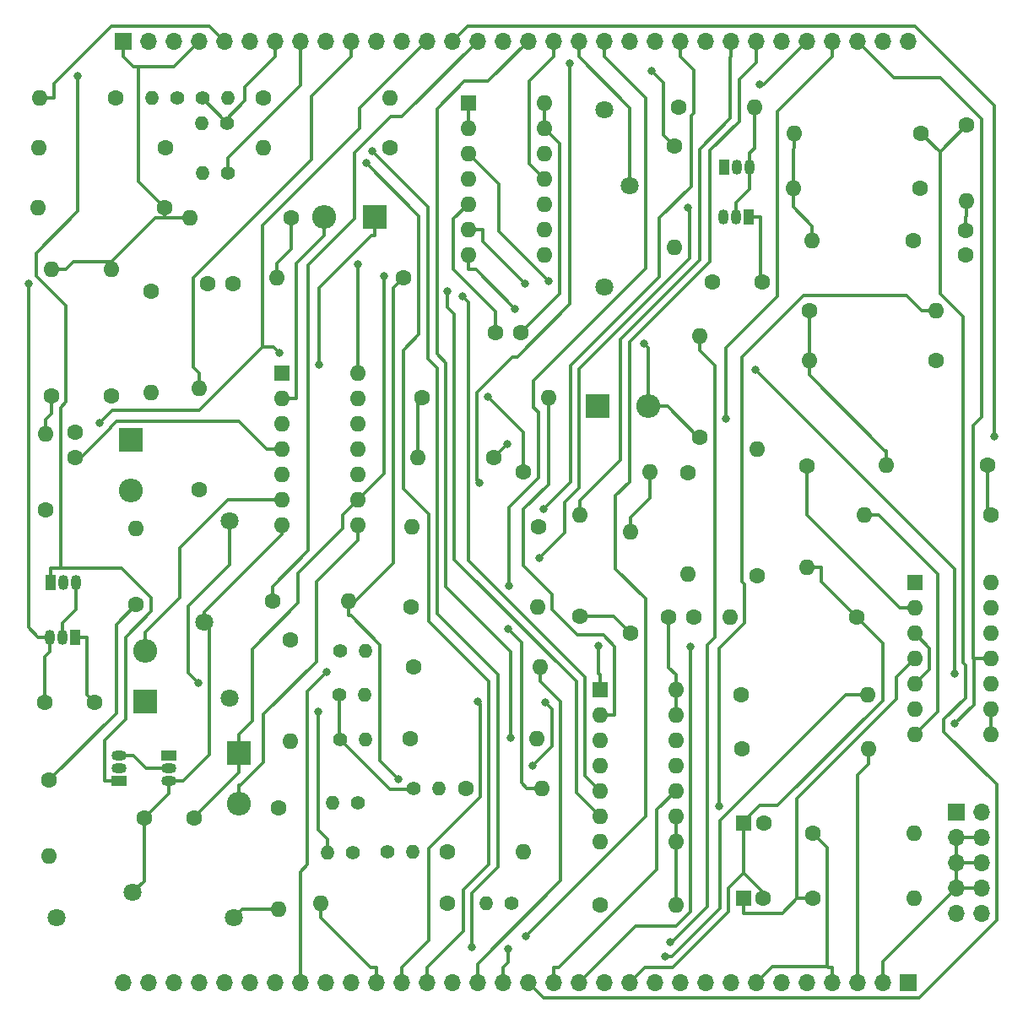
<source format=gbr>
%TF.GenerationSoftware,KiCad,Pcbnew,7.0.9*%
%TF.CreationDate,2024-06-03T12:34:28+01:00*%
%TF.ProjectId,3X VCO,33582056-434f-42e6-9b69-6361645f7063,rev?*%
%TF.SameCoordinates,Original*%
%TF.FileFunction,Copper,L1,Top*%
%TF.FilePolarity,Positive*%
%FSLAX46Y46*%
G04 Gerber Fmt 4.6, Leading zero omitted, Abs format (unit mm)*
G04 Created by KiCad (PCBNEW 7.0.9) date 2024-06-03 12:34:28*
%MOMM*%
%LPD*%
G01*
G04 APERTURE LIST*
%TA.AperFunction,ComponentPad*%
%ADD10C,1.600000*%
%TD*%
%TA.AperFunction,ComponentPad*%
%ADD11O,1.600000X1.600000*%
%TD*%
%TA.AperFunction,ComponentPad*%
%ADD12C,1.400000*%
%TD*%
%TA.AperFunction,ComponentPad*%
%ADD13O,1.400000X1.400000*%
%TD*%
%TA.AperFunction,ComponentPad*%
%ADD14C,1.800000*%
%TD*%
%TA.AperFunction,ComponentPad*%
%ADD15R,1.700000X1.700000*%
%TD*%
%TA.AperFunction,ComponentPad*%
%ADD16O,1.700000X1.700000*%
%TD*%
%TA.AperFunction,ComponentPad*%
%ADD17R,1.500000X1.050000*%
%TD*%
%TA.AperFunction,ComponentPad*%
%ADD18O,1.500000X1.050000*%
%TD*%
%TA.AperFunction,ComponentPad*%
%ADD19R,2.400000X2.400000*%
%TD*%
%TA.AperFunction,ComponentPad*%
%ADD20O,2.400000X2.400000*%
%TD*%
%TA.AperFunction,ComponentPad*%
%ADD21R,1.600000X1.600000*%
%TD*%
%TA.AperFunction,ComponentPad*%
%ADD22R,1.050000X1.500000*%
%TD*%
%TA.AperFunction,ComponentPad*%
%ADD23O,1.050000X1.500000*%
%TD*%
%TA.AperFunction,ViaPad*%
%ADD24C,0.800000*%
%TD*%
%TA.AperFunction,Conductor*%
%ADD25C,0.350000*%
%TD*%
G04 APERTURE END LIST*
D10*
%TO.P,R22,1*%
%TO.N,Net-(R22-Pad1)*%
X265620000Y-94500000D03*
D11*
%TO.P,R22,2*%
%TO.N,Net-(U3B--)*%
X252920000Y-94500000D03*
%TD*%
D10*
%TO.P,R11,1*%
%TO.N,Net-(R11-Pad1)*%
X299500000Y-136300000D03*
D11*
%TO.P,R11,2*%
%TO.N,cvIn3*%
X312200000Y-136300000D03*
%TD*%
D12*
%TO.P,TH2,1*%
%TO.N,VCO1FMPot1*%
X247920000Y-79000000D03*
D13*
%TO.P,TH2,2*%
%TO.N,Net-(R4-Pad1)*%
X245380000Y-79000000D03*
%TD*%
D14*
%TO.P,R36,1*%
%TO.N,Net-(R35-Pad2)*%
X248165000Y-118860000D03*
%TO.P,R36,2*%
%TO.N,VCO1CoarsePot1*%
X245625000Y-129020000D03*
%TO.P,R36,3*%
%TO.N,N/C*%
X248165000Y-136640000D03*
%TD*%
D10*
%TO.P,C4,1*%
%TO.N,Net-(U2B-+)*%
X274850000Y-100000000D03*
%TO.P,C4,2*%
%TO.N,Net-(U2D--)*%
X277350000Y-100000000D03*
%TD*%
%TO.P,R44,1*%
%TO.N,Net-(U4B--)*%
X288400000Y-130180000D03*
D11*
%TO.P,R44,2*%
%TO.N,VCO1CoarsePot1*%
X288400000Y-120020000D03*
%TD*%
D10*
%TO.P,R25,1*%
%TO.N,Net-(C5-Pad1)*%
X230300000Y-106330000D03*
D11*
%TO.P,R25,2*%
%TO.N,VCO1CoarsePot1*%
X230300000Y-93630000D03*
%TD*%
D10*
%TO.P,C1,1*%
%TO.N,Net-(D1-K)*%
X301580000Y-94900000D03*
%TO.P,C1,2*%
%TO.N,VCO1CoarsePot1*%
X296580000Y-94900000D03*
%TD*%
%TO.P,R42,1*%
%TO.N,Net-(U4B--)*%
X283300000Y-128480000D03*
D11*
%TO.P,R42,2*%
%TO.N,VCO2PwmPot1*%
X283300000Y-118320000D03*
%TD*%
D15*
%TO.P,J1,1,Pin_1*%
%TO.N,VCO1CoarsePot1*%
X237485000Y-70800000D03*
D16*
%TO.P,J1,2,Pin_2*%
%TO.N,VCO1CoarsePot2*%
X240025000Y-70800000D03*
%TO.P,J1,3,Pin_3*%
%TO.N,VCO1CoarsePot3*%
X242565000Y-70800000D03*
%TO.P,J1,4,Pin_4*%
%TO.N,VCO1CoarsePot1*%
X245105000Y-70800000D03*
%TO.P,J1,5,Pin_5*%
%TO.N,VCO1FinePot2*%
X247645000Y-70800000D03*
%TO.P,J1,6,Pin_6*%
%TO.N,VCO1CoarsePot3*%
X250185000Y-70800000D03*
%TO.P,J1,7,Pin_7*%
%TO.N,VCO1FMPot1*%
X252725000Y-70800000D03*
%TO.P,J1,8,Pin_8*%
%TO.N,VCO1FMPot2*%
X255265000Y-70800000D03*
%TO.P,J1,9,Pin_9*%
%TO.N,VCO1FMPot3*%
X257805000Y-70800000D03*
%TO.P,J1,10,Pin_10*%
%TO.N,VCO1PwmPot1*%
X260345000Y-70800000D03*
%TO.P,J1,11,Pin_11*%
%TO.N,VCO1CoarsePot1*%
X262885000Y-70800000D03*
%TO.P,J1,12,Pin_12*%
%TO.N,VCO1PwmPot3*%
X265425000Y-70800000D03*
%TO.P,J1,13,Pin_13*%
%TO.N,SW1p1*%
X267965000Y-70800000D03*
%TO.P,J1,14,Pin_14*%
%TO.N,SW1p2*%
X270505000Y-70800000D03*
%TO.P,J1,15,Pin_15*%
%TO.N,SW1p3*%
X273045000Y-70800000D03*
%TO.P,J1,16,Pin_16*%
%TO.N,VCO1CoarsePot1*%
X275585000Y-70800000D03*
%TO.P,J1,17,Pin_17*%
%TO.N,VCO2CoarsePot2*%
X278125000Y-70800000D03*
%TO.P,J1,18,Pin_18*%
%TO.N,VCO1CoarsePot3*%
X280665000Y-70800000D03*
%TO.P,J1,19,Pin_19*%
%TO.N,VCO1CoarsePot1*%
X283205000Y-70800000D03*
%TO.P,J1,20,Pin_20*%
%TO.N,VCO2FinePot2*%
X285745000Y-70800000D03*
%TO.P,J1,21,Pin_21*%
%TO.N,VCO1CoarsePot3*%
X288285000Y-70800000D03*
%TO.P,J1,22,Pin_22*%
%TO.N,VCO2FMPot1*%
X290825000Y-70800000D03*
%TO.P,J1,23,Pin_23*%
%TO.N,VCO2FMPot2*%
X293365000Y-70800000D03*
%TO.P,J1,24,Pin_24*%
%TO.N,VCO2FMPot3*%
X295905000Y-70800000D03*
%TO.P,J1,25,Pin_25*%
%TO.N,VCO2PwmPot1*%
X298445000Y-70800000D03*
%TO.P,J1,26,Pin_26*%
%TO.N,VCO2PwmPot2*%
X300985000Y-70800000D03*
%TO.P,J1,27,Pin_27*%
%TO.N,VCO2PwmPot3*%
X303525000Y-70800000D03*
%TO.P,J1,28,Pin_28*%
%TO.N,VCO2IDKPot1*%
X306065000Y-70800000D03*
%TO.P,J1,29,Pin_29*%
%TO.N,VCO2IDKPot2*%
X308605000Y-70800000D03*
%TO.P,J1,30,Pin_30*%
%TO.N,VCO1CoarsePot3*%
X311145000Y-70800000D03*
%TO.P,J1,31,Pin_31*%
%TO.N,SW2p1*%
X313685000Y-70800000D03*
%TO.P,J1,32,Pin_32*%
%TO.N,SW2p2*%
X316225000Y-70800000D03*
%TD*%
D10*
%TO.P,R30,1*%
%TO.N,Net-(C6-Pad1)*%
X317400000Y-85550000D03*
D11*
%TO.P,R30,2*%
%TO.N,VCO1CoarsePot1*%
X304700000Y-85550000D03*
%TD*%
D15*
%TO.P,J2,1,Pin_1*%
%TO.N,Net-(J2-Pin_1)*%
X321060000Y-148100000D03*
D16*
%TO.P,J2,2,Pin_2*%
X323600000Y-148100000D03*
%TO.P,J2,3,Pin_3*%
%TO.N,VCO1CoarsePot1*%
X321060000Y-150640000D03*
%TO.P,J2,4,Pin_4*%
X323600000Y-150640000D03*
%TO.P,J2,5,Pin_5*%
X321060000Y-153180000D03*
%TO.P,J2,6,Pin_6*%
X323600000Y-153180000D03*
%TO.P,J2,7,Pin_7*%
X321060000Y-155720000D03*
%TO.P,J2,8,Pin_8*%
X323600000Y-155720000D03*
%TO.P,J2,9,Pin_9*%
%TO.N,Net-(J2-Pin_10)*%
X321060000Y-158260000D03*
%TO.P,J2,10,Pin_10*%
X323600000Y-158260000D03*
%TD*%
D10*
%TO.P,R48,1*%
%TO.N,Net-(U4C-+)*%
X324230000Y-113300000D03*
D11*
%TO.P,R48,2*%
%TO.N,VCO1CoarsePot1*%
X314070000Y-113300000D03*
%TD*%
D10*
%TO.P,C6,1*%
%TO.N,Net-(C6-Pad1)*%
X322000000Y-89750000D03*
%TO.P,C6,2*%
%TO.N,Net-(C6-Pad2)*%
X322000000Y-92250000D03*
%TD*%
D12*
%TO.P,TH3,1*%
%TO.N,VCO3FMPot2*%
X276420000Y-157200000D03*
D13*
%TO.P,TH3,2*%
%TO.N,Net-(R5-Pad1)*%
X273880000Y-157200000D03*
%TD*%
D10*
%TO.P,R2,1*%
%TO.N,VCO1FMPot1*%
X292800000Y-81320000D03*
D11*
%TO.P,R2,2*%
%TO.N,Net-(R2-Pad2)*%
X292800000Y-91480000D03*
%TD*%
D10*
%TO.P,C3,1*%
%TO.N,Net-(U2C-+)*%
X245970000Y-95100000D03*
%TO.P,C3,2*%
%TO.N,Net-(U2A--)*%
X248470000Y-95100000D03*
%TD*%
%TO.P,R40,1*%
%TO.N,Net-(R40-Pad1)*%
X271840000Y-145700000D03*
D11*
%TO.P,R40,2*%
%TO.N,VCO2FinePot2*%
X279460000Y-145700000D03*
%TD*%
D10*
%TO.P,R46,1*%
%TO.N,Net-(U4C-+)*%
X324500000Y-118300000D03*
D11*
%TO.P,R46,2*%
%TO.N,Net-(R46-Pad2)*%
X311800000Y-118300000D03*
%TD*%
D10*
%TO.P,R51,1*%
%TO.N,VCO2IDKPot1*%
X306640000Y-156760000D03*
D11*
%TO.P,R51,2*%
%TO.N,Net-(J2-Pin_10)*%
X316800000Y-156760000D03*
%TD*%
D10*
%TO.P,R4,1*%
%TO.N,Net-(R4-Pad1)*%
X241770000Y-81500000D03*
D11*
%TO.P,R4,2*%
%TO.N,cvIn1*%
X229070000Y-81500000D03*
%TD*%
D10*
%TO.P,R50,1*%
%TO.N,SW2p1*%
X240300000Y-95820000D03*
D11*
%TO.P,R50,2*%
%TO.N,Net-(U4C--)*%
X240300000Y-105980000D03*
%TD*%
D10*
%TO.P,R35,1*%
%TO.N,VCO2FMPot1*%
X254300000Y-130820000D03*
D11*
%TO.P,R35,2*%
%TO.N,Net-(R35-Pad2)*%
X254300000Y-140980000D03*
%TD*%
D10*
%TO.P,R31,1*%
%TO.N,VCO3WaveMixPot3*%
X322100000Y-79200000D03*
D11*
%TO.P,R31,2*%
%TO.N,Net-(C6-Pad1)*%
X322100000Y-86820000D03*
%TD*%
D10*
%TO.P,R18,1*%
%TO.N,Net-(U3B--)*%
X254350000Y-88500000D03*
D11*
%TO.P,R18,2*%
%TO.N,VCO1CoarsePot1*%
X244190000Y-88500000D03*
%TD*%
D17*
%TO.P,Q4,1,C*%
%TO.N,Net-(D2-K)*%
X242075000Y-142450000D03*
D18*
%TO.P,Q4,2,B*%
%TO.N,Net-(Q3-E)*%
X242075000Y-143720000D03*
%TO.P,Q4,3,E*%
%TO.N,VCO1CoarsePot1*%
X242075000Y-144990000D03*
%TD*%
D10*
%TO.P,C5,1*%
%TO.N,Net-(C5-Pad1)*%
X232700000Y-110000000D03*
%TO.P,C5,2*%
%TO.N,Net-(C5-Pad2)*%
X232700000Y-112500000D03*
%TD*%
%TO.P,R21,1*%
%TO.N,Net-(D4-K)*%
X319050000Y-102800000D03*
D11*
%TO.P,R21,2*%
%TO.N,VCO1CoarsePot1*%
X306350000Y-102800000D03*
%TD*%
D10*
%TO.P,R12,1*%
%TO.N,VCO2IDKPot1*%
X230075000Y-144915000D03*
D11*
%TO.P,R12,2*%
%TO.N,Net-(Q3-E)*%
X230075000Y-152535000D03*
%TD*%
D19*
%TO.P,D1,1,K*%
%TO.N,Net-(D1-K)*%
X262730000Y-88380000D03*
D20*
%TO.P,D1,2,A*%
%TO.N,Net-(D1-A)*%
X257650000Y-88380000D03*
%TD*%
D17*
%TO.P,Q3,1,C*%
%TO.N,VCO1CoarsePot3*%
X237075000Y-144995000D03*
D18*
%TO.P,Q3,2,B*%
%TO.N,VCO3FMPot1*%
X237075000Y-143725000D03*
%TO.P,Q3,3,E*%
%TO.N,Net-(Q3-E)*%
X237075000Y-142455000D03*
%TD*%
D12*
%TO.P,TH6,1*%
%TO.N,VCO3FMPot1*%
X260540000Y-152200000D03*
D13*
%TO.P,TH6,2*%
%TO.N,Net-(R11-Pad1)*%
X258000000Y-152200000D03*
%TD*%
D21*
%TO.P,C10,1*%
%TO.N,VCO1CoarsePot1*%
X299770000Y-149160000D03*
D10*
%TO.P,C10,2*%
%TO.N,VCO1CoarsePot3*%
X301770000Y-149160000D03*
%TD*%
D21*
%TO.P,U3,1*%
%TO.N,Net-(R27-Pad1)*%
X285300000Y-135800000D03*
D11*
%TO.P,U3,2,-*%
%TO.N,Net-(U3A--)*%
X285300000Y-138340000D03*
%TO.P,U3,3,+*%
%TO.N,Net-(U2B-+)*%
X285300000Y-140880000D03*
%TO.P,U3,4,V+*%
%TO.N,VCO2IDKPot1*%
X285300000Y-143420000D03*
%TO.P,U3,5,+*%
%TO.N,Net-(U2C-+)*%
X285300000Y-145960000D03*
%TO.P,U3,6,-*%
%TO.N,Net-(U3B--)*%
X285300000Y-148500000D03*
%TO.P,U3,7*%
%TO.N,Net-(R22-Pad1)*%
X285300000Y-151040000D03*
%TO.P,U3,8*%
%TO.N,Net-(U3C--)*%
X292920000Y-151040000D03*
%TO.P,U3,9,-*%
X292920000Y-148500000D03*
%TO.P,U3,10,+*%
%TO.N,VCO3WaveMixPot2*%
X292920000Y-145960000D03*
%TO.P,U3,11,V-*%
%TO.N,VCO1CoarsePot3*%
X292920000Y-143420000D03*
%TO.P,U3,12,+*%
%TO.N,Net-(D5-K)*%
X292920000Y-140880000D03*
%TO.P,U3,13,-*%
%TO.N,Net-(U3D--)*%
X292920000Y-138340000D03*
%TO.P,U3,14*%
X292920000Y-135800000D03*
%TD*%
D21*
%TO.P,U4,1*%
%TO.N,Net-(R47-Pad1)*%
X316880000Y-125100000D03*
D11*
%TO.P,U4,2,-*%
%TO.N,Net-(U4A--)*%
X316880000Y-127640000D03*
%TO.P,U4,3,+*%
%TO.N,Net-(U4A-+)*%
X316880000Y-130180000D03*
%TO.P,U4,4,V+*%
%TO.N,VCO2IDKPot1*%
X316880000Y-132720000D03*
%TO.P,U4,5,+*%
%TO.N,Net-(U4A-+)*%
X316880000Y-135260000D03*
%TO.P,U4,6,-*%
%TO.N,Net-(U4B--)*%
X316880000Y-137800000D03*
%TO.P,U4,7*%
%TO.N,Net-(R46-Pad2)*%
X316880000Y-140340000D03*
%TO.P,U4,8*%
%TO.N,Net-(U4C--)*%
X324500000Y-140340000D03*
%TO.P,U4,9,-*%
X324500000Y-137800000D03*
%TO.P,U4,10,+*%
%TO.N,Net-(U4C-+)*%
X324500000Y-135260000D03*
%TO.P,U4,11,V-*%
%TO.N,VCO1CoarsePot3*%
X324500000Y-132720000D03*
%TO.P,U4,12*%
%TO.N,N/C*%
X324500000Y-130180000D03*
%TO.P,U4,13*%
X324500000Y-127640000D03*
%TO.P,U4,14*%
X324500000Y-125100000D03*
%TD*%
D12*
%TO.P,TH11,1*%
%TO.N,VCO2FMPot1*%
X259230000Y-140800000D03*
D13*
%TO.P,TH11,2*%
%TO.N,Net-(R39-Pad1)*%
X261770000Y-140800000D03*
%TD*%
D19*
%TO.P,D2,1,K*%
%TO.N,Net-(D2-K)*%
X249075000Y-142210000D03*
D20*
%TO.P,D2,2,A*%
%TO.N,Net-(D2-A)*%
X249075000Y-147290000D03*
%TD*%
D15*
%TO.P,J3,1,Pin_1*%
%TO.N,SW2p3*%
X316235000Y-165200000D03*
D16*
%TO.P,J3,2,Pin_2*%
%TO.N,VCO1CoarsePot1*%
X313695000Y-165200000D03*
%TO.P,J3,3,Pin_3*%
%TO.N,VCO3CoarsePot2*%
X311155000Y-165200000D03*
%TO.P,J3,4,Pin_4*%
%TO.N,VCO1CoarsePot3*%
X308615000Y-165200000D03*
%TO.P,J3,5,Pin_5*%
%TO.N,VCO1CoarsePot1*%
X306075000Y-165200000D03*
%TO.P,J3,6,Pin_6*%
%TO.N,VCO3FinePot2*%
X303535000Y-165200000D03*
%TO.P,J3,7,Pin_7*%
%TO.N,VCO1CoarsePot3*%
X300995000Y-165200000D03*
%TO.P,J3,8,Pin_8*%
%TO.N,VCO3FMPot1*%
X298455000Y-165200000D03*
%TO.P,J3,9,Pin_9*%
%TO.N,VCO3FMPot2*%
X295915000Y-165200000D03*
%TO.P,J3,10,Pin_10*%
%TO.N,VCO3FMPot3*%
X293375000Y-165200000D03*
%TO.P,J3,11,Pin_11*%
%TO.N,VCO3PwmPot1*%
X290835000Y-165200000D03*
%TO.P,J3,12,Pin_12*%
%TO.N,VCO1CoarsePot1*%
X288295000Y-165200000D03*
%TO.P,J3,13,Pin_13*%
%TO.N,VCO3PwmPot3*%
X285755000Y-165200000D03*
%TO.P,J3,14,Pin_14*%
%TO.N,VCO3WaveMixPot1*%
X283215000Y-165200000D03*
%TO.P,J3,15,Pin_15*%
%TO.N,VCO3WaveMixPot2*%
X280675000Y-165200000D03*
%TO.P,J3,16,Pin_16*%
%TO.N,VCO3WaveMixPot3*%
X278135000Y-165200000D03*
%TO.P,J3,17,Pin_17*%
%TO.N,cvIn1*%
X275595000Y-165200000D03*
%TO.P,J3,18,Pin_18*%
%TO.N,cvIn2*%
X273055000Y-165200000D03*
%TO.P,J3,19,Pin_19*%
%TO.N,cvIn3*%
X270515000Y-165200000D03*
%TO.P,J3,20,Pin_20*%
%TO.N,fmIn1*%
X267975000Y-165200000D03*
%TO.P,J3,21,Pin_21*%
%TO.N,fmIn2*%
X265435000Y-165200000D03*
%TO.P,J3,22,Pin_22*%
%TO.N,fmIn3*%
X262895000Y-165200000D03*
%TO.P,J3,23,Pin_23*%
%TO.N,VCO2PwmPot2*%
X260355000Y-165200000D03*
%TO.P,J3,24,Pin_24*%
%TO.N,SW1p2*%
X257815000Y-165200000D03*
%TO.P,J3,25,Pin_25*%
%TO.N,SW2p2*%
X255275000Y-165200000D03*
%TO.P,J3,26,Pin_26*%
%TO.N,mixOut*%
X252735000Y-165200000D03*
%TO.P,J3,27,Pin_27*%
%TO.N,unconnected-(J3-Pin_27-Pad27)*%
X250195000Y-165200000D03*
%TO.P,J3,28,Pin_28*%
%TO.N,unconnected-(J3-Pin_28-Pad28)*%
X247655000Y-165200000D03*
%TO.P,J3,29,Pin_29*%
%TO.N,unconnected-(J3-Pin_29-Pad29)*%
X245115000Y-165200000D03*
%TO.P,J3,30,Pin_30*%
%TO.N,unconnected-(J3-Pin_30-Pad30)*%
X242575000Y-165200000D03*
%TO.P,J3,31,Pin_31*%
%TO.N,unconnected-(J3-Pin_31-Pad31)*%
X240035000Y-165200000D03*
%TO.P,J3,32,Pin_32*%
%TO.N,unconnected-(J3-Pin_32-Pad32)*%
X237495000Y-165200000D03*
%TD*%
D12*
%TO.P,TH5,1*%
%TO.N,VCO1FMPot1*%
X242920000Y-76500000D03*
D13*
%TO.P,TH5,2*%
%TO.N,Net-(R8-Pad1)*%
X240380000Y-76500000D03*
%TD*%
D10*
%TO.P,R15,1*%
%TO.N,Net-(D3-A)*%
X245100000Y-115740000D03*
D11*
%TO.P,R15,2*%
%TO.N,VCO1PwmPot1*%
X245100000Y-105580000D03*
%TD*%
D10*
%TO.P,R13,1*%
%TO.N,Net-(R13-Pad1)*%
X299550000Y-141760000D03*
D11*
%TO.P,R13,2*%
%TO.N,VCO3CoarsePot2*%
X312250000Y-141760000D03*
%TD*%
D10*
%TO.P,R20,1*%
%TO.N,VCO1CoarsePot1*%
X306350000Y-97800000D03*
D11*
%TO.P,R20,2*%
%TO.N,Net-(U2B-+)*%
X319050000Y-97800000D03*
%TD*%
D10*
%TO.P,R45,1*%
%TO.N,Net-(U4A--)*%
X306050000Y-113420000D03*
D11*
%TO.P,R45,2*%
%TO.N,VCO1CoarsePot1*%
X306050000Y-123580000D03*
%TD*%
D21*
%TO.P,C9,1*%
%TO.N,VCO2IDKPot1*%
X299720000Y-156760000D03*
D10*
%TO.P,C9,2*%
%TO.N,VCO1CoarsePot1*%
X301720000Y-156760000D03*
%TD*%
%TO.P,R32,1*%
%TO.N,VCO3WaveMixPot3*%
X317550000Y-80000000D03*
D11*
%TO.P,R32,2*%
%TO.N,VCO1CoarsePot1*%
X304850000Y-80000000D03*
%TD*%
D19*
%TO.P,D4,1,K*%
%TO.N,Net-(D4-K)*%
X285120000Y-107400000D03*
D20*
%TO.P,D4,2,A*%
%TO.N,Net-(D4-A)*%
X290200000Y-107400000D03*
%TD*%
D14*
%TO.P,R3,1*%
%TO.N,Net-(R2-Pad2)*%
X285800000Y-95400000D03*
%TO.P,R3,2*%
%TO.N,VCO1CoarsePot1*%
X288340000Y-85240000D03*
%TO.P,R3,3*%
%TO.N,N/C*%
X285800000Y-77620000D03*
%TD*%
D22*
%TO.P,Q5,1,C*%
%TO.N,VCO1CoarsePot3*%
X230230000Y-125060000D03*
D23*
%TO.P,Q5,2,B*%
%TO.N,VCO2FMPot1*%
X231500000Y-125060000D03*
%TO.P,Q5,3,E*%
%TO.N,Net-(Q5-E)*%
X232770000Y-125060000D03*
%TD*%
D10*
%TO.P,C7,1*%
%TO.N,Net-(D5-K)*%
X234655000Y-137065000D03*
%TO.P,C7,2*%
%TO.N,VCO1CoarsePot1*%
X229655000Y-137065000D03*
%TD*%
D19*
%TO.P,D3,1,K*%
%TO.N,Net-(D3-K)*%
X238300000Y-110760000D03*
D20*
%TO.P,D3,2,A*%
%TO.N,Net-(D3-A)*%
X238300000Y-115840000D03*
%TD*%
D10*
%TO.P,R1,1*%
%TO.N,Net-(R1-Pad1)*%
X264270000Y-81500000D03*
D11*
%TO.P,R1,2*%
%TO.N,fmIn1*%
X251570000Y-81500000D03*
%TD*%
D10*
%TO.P,R38,1*%
%TO.N,VCO2IDKPot1*%
X238800000Y-127310000D03*
D11*
%TO.P,R38,2*%
%TO.N,Net-(Q5-E)*%
X238800000Y-119690000D03*
%TD*%
D10*
%TO.P,C8,1*%
%TO.N,Net-(U4A-+)*%
X294700000Y-128500000D03*
%TO.P,C8,2*%
%TO.N,Net-(U3D--)*%
X292200000Y-128500000D03*
%TD*%
%TO.P,R39,1*%
%TO.N,Net-(R39-Pad1)*%
X266300000Y-140700000D03*
D11*
%TO.P,R39,2*%
%TO.N,VCO2CoarsePot2*%
X279000000Y-140700000D03*
%TD*%
D12*
%TO.P,TH1,1*%
%TO.N,VCO1FMPot2*%
X247960000Y-84000000D03*
D13*
%TO.P,TH1,2*%
%TO.N,Net-(R1-Pad1)*%
X245420000Y-84000000D03*
%TD*%
D21*
%TO.P,U1,1*%
%TO.N,Net-(D1-K)*%
X253400000Y-104100000D03*
D11*
%TO.P,U1,2*%
%TO.N,Net-(D1-A)*%
X253400000Y-106640000D03*
%TO.P,U1,3*%
%TO.N,Net-(D3-K)*%
X253400000Y-109180000D03*
%TO.P,U1,4*%
%TO.N,Net-(C5-Pad2)*%
X253400000Y-111720000D03*
%TO.P,U1,5*%
%TO.N,Net-(D5-K)*%
X253400000Y-114260000D03*
%TO.P,U1,6*%
%TO.N,Net-(D5-A)*%
X253400000Y-116800000D03*
%TO.P,U1,7,VSS*%
%TO.N,VCO1CoarsePot1*%
X253400000Y-119340000D03*
%TO.P,U1,8*%
%TO.N,Net-(D2-A)*%
X261020000Y-119340000D03*
%TO.P,U1,9*%
%TO.N,Net-(D2-K)*%
X261020000Y-116800000D03*
%TO.P,U1,10*%
%TO.N,Net-(C6-Pad2)*%
X261020000Y-114260000D03*
%TO.P,U1,11*%
%TO.N,Net-(D4-K)*%
X261020000Y-111720000D03*
%TO.P,U1,12*%
%TO.N,N/C*%
X261020000Y-109180000D03*
%TO.P,U1,13*%
X261020000Y-106640000D03*
%TO.P,U1,14,VDD*%
%TO.N,VCO2IDKPot1*%
X261020000Y-104100000D03*
%TD*%
D12*
%TO.P,TH4,1*%
%TO.N,VCO1FMPot1*%
X245420000Y-76500000D03*
D13*
%TO.P,TH4,2*%
%TO.N,Net-(R7-Pad1)*%
X247960000Y-76500000D03*
%TD*%
D21*
%TO.P,U2,1*%
%TO.N,Net-(U2A--)*%
X272100000Y-76960000D03*
D11*
%TO.P,U2,2,-*%
X272100000Y-79500000D03*
%TO.P,U2,3,+*%
%TO.N,Net-(D1-K)*%
X272100000Y-82040000D03*
%TO.P,U2,4,V+*%
%TO.N,VCO2IDKPot1*%
X272100000Y-84580000D03*
%TO.P,U2,5,+*%
%TO.N,Net-(U2B-+)*%
X272100000Y-87120000D03*
%TO.P,U2,6,-*%
%TO.N,VCO3PwmPot1*%
X272100000Y-89660000D03*
%TO.P,U2,7*%
%TO.N,Net-(D4-A)*%
X272100000Y-92200000D03*
%TO.P,U2,8*%
%TO.N,Net-(D3-A)*%
X279720000Y-92200000D03*
%TO.P,U2,9,-*%
%TO.N,VCO1PwmPot1*%
X279720000Y-89660000D03*
%TO.P,U2,10,+*%
%TO.N,Net-(U2C-+)*%
X279720000Y-87120000D03*
%TO.P,U2,11,V-*%
%TO.N,VCO1CoarsePot3*%
X279720000Y-84580000D03*
%TO.P,U2,12,+*%
%TO.N,Net-(D2-K)*%
X279720000Y-82040000D03*
%TO.P,U2,13,-*%
%TO.N,Net-(U2D--)*%
X279720000Y-79500000D03*
%TO.P,U2,14*%
X279720000Y-76960000D03*
%TD*%
D10*
%TO.P,R33,1*%
%TO.N,mixOut*%
X285300000Y-157440000D03*
D11*
%TO.P,R33,2*%
%TO.N,Net-(U3C--)*%
X292920000Y-157440000D03*
%TD*%
D12*
%TO.P,TH9,1*%
%TO.N,VCO2FMPot2*%
X259300000Y-131900000D03*
D13*
%TO.P,TH9,2*%
%TO.N,Net-(R34-Pad1)*%
X261840000Y-131900000D03*
%TD*%
D10*
%TO.P,R47,1*%
%TO.N,Net-(R47-Pad1)*%
X301050000Y-124380000D03*
D11*
%TO.P,R47,2*%
%TO.N,Net-(U4A--)*%
X301050000Y-111680000D03*
%TD*%
D10*
%TO.P,R43,1*%
%TO.N,VCO1CoarsePot1*%
X311050000Y-128500000D03*
D11*
%TO.P,R43,2*%
%TO.N,Net-(U4A-+)*%
X298350000Y-128500000D03*
%TD*%
D10*
%TO.P,R16,1*%
%TO.N,VCO1CoarsePot1*%
X241620000Y-87500000D03*
D11*
%TO.P,R16,2*%
%TO.N,Net-(U2C-+)*%
X228920000Y-87500000D03*
%TD*%
D19*
%TO.P,D5,1,K*%
%TO.N,Net-(D5-K)*%
X239700000Y-137000000D03*
D20*
%TO.P,D5,2,A*%
%TO.N,Net-(D5-A)*%
X239700000Y-131920000D03*
%TD*%
D10*
%TO.P,R6,1*%
%TO.N,VCO2IDKPot1*%
X293180000Y-77400000D03*
D11*
%TO.P,R6,2*%
%TO.N,Net-(Q1-E)*%
X300800000Y-77400000D03*
%TD*%
D10*
%TO.P,R49,1*%
%TO.N,SW2p3*%
X294150000Y-114080000D03*
D11*
%TO.P,R49,2*%
%TO.N,Net-(R47-Pad1)*%
X294150000Y-124240000D03*
%TD*%
D10*
%TO.P,R7,1*%
%TO.N,Net-(R7-Pad1)*%
X251570000Y-76500000D03*
D11*
%TO.P,R7,2*%
%TO.N,VCO1CoarsePot2*%
X264270000Y-76500000D03*
%TD*%
D10*
%TO.P,R19,1*%
%TO.N,Net-(D4-A)*%
X295360000Y-110480000D03*
D11*
%TO.P,R19,2*%
%TO.N,VCO3PwmPot1*%
X295360000Y-100320000D03*
%TD*%
D22*
%TO.P,Q6,1,C*%
%TO.N,Net-(D5-K)*%
X232695000Y-130565000D03*
D23*
%TO.P,Q6,2,B*%
%TO.N,Net-(Q5-E)*%
X231425000Y-130565000D03*
%TO.P,Q6,3,E*%
%TO.N,VCO1CoarsePot1*%
X230155000Y-130565000D03*
%TD*%
D10*
%TO.P,R14,1*%
%TO.N,Net-(R14-Pad1)*%
X269990000Y-152100000D03*
D11*
%TO.P,R14,2*%
%TO.N,VCO3FinePot2*%
X277610000Y-152100000D03*
%TD*%
D10*
%TO.P,R5,1*%
%TO.N,Net-(R5-Pad1)*%
X270000000Y-157200000D03*
D11*
%TO.P,R5,2*%
%TO.N,fmIn3*%
X257300000Y-157200000D03*
%TD*%
D10*
%TO.P,C2,1*%
%TO.N,Net-(D2-K)*%
X244575000Y-148725000D03*
%TO.P,C2,2*%
%TO.N,VCO1CoarsePot1*%
X239575000Y-148725000D03*
%TD*%
D12*
%TO.P,TH12,1*%
%TO.N,VCO2FMPot1*%
X266650000Y-145700000D03*
D13*
%TO.P,TH12,2*%
%TO.N,Net-(R40-Pad1)*%
X269190000Y-145700000D03*
%TD*%
D10*
%TO.P,R26,1*%
%TO.N,SW1p1*%
X229700000Y-117810000D03*
D11*
%TO.P,R26,2*%
%TO.N,Net-(C5-Pad1)*%
X229700000Y-110190000D03*
%TD*%
D10*
%TO.P,R29,1*%
%TO.N,VCO3WaveMixPot1*%
X274700000Y-112500000D03*
D11*
%TO.P,R29,2*%
%TO.N,Net-(R27-Pad1)*%
X267080000Y-112500000D03*
%TD*%
D10*
%TO.P,R9,1*%
%TO.N,VCO3FMPot1*%
X253075000Y-147645000D03*
D11*
%TO.P,R9,2*%
%TO.N,Net-(R10-Pad1)*%
X253075000Y-157805000D03*
%TD*%
D10*
%TO.P,R41,1*%
%TO.N,Net-(U4B--)*%
X279150000Y-119500000D03*
D11*
%TO.P,R41,2*%
%TO.N,VCO2IDKPot2*%
X266450000Y-119500000D03*
%TD*%
D10*
%TO.P,R28,1*%
%TO.N,SW1p1*%
X277650000Y-114000000D03*
D11*
%TO.P,R28,2*%
%TO.N,VCO1CoarsePot1*%
X290350000Y-114000000D03*
%TD*%
D22*
%TO.P,Q1,1,C*%
%TO.N,VCO1CoarsePot3*%
X297800000Y-83400000D03*
D23*
%TO.P,Q1,2,B*%
%TO.N,VCO1FMPot1*%
X299070000Y-83400000D03*
%TO.P,Q1,3,E*%
%TO.N,Net-(Q1-E)*%
X300340000Y-83400000D03*
%TD*%
D10*
%TO.P,R34,1*%
%TO.N,Net-(R34-Pad1)*%
X266350000Y-127500000D03*
D11*
%TO.P,R34,2*%
%TO.N,fmIn2*%
X279050000Y-127500000D03*
%TD*%
D10*
%TO.P,R27,1*%
%TO.N,Net-(R27-Pad1)*%
X267450000Y-106500000D03*
D11*
%TO.P,R27,2*%
%TO.N,Net-(U3A--)*%
X280150000Y-106500000D03*
%TD*%
D10*
%TO.P,R24,1*%
%TO.N,SW1p3*%
X252490000Y-126900000D03*
D11*
%TO.P,R24,2*%
%TO.N,Net-(R22-Pad1)*%
X260110000Y-126900000D03*
%TD*%
D10*
%TO.P,R37,1*%
%TO.N,Net-(R37-Pad1)*%
X266660000Y-133500000D03*
D11*
%TO.P,R37,2*%
%TO.N,cvIn2*%
X279360000Y-133500000D03*
%TD*%
D14*
%TO.P,R10,1*%
%TO.N,Net-(R10-Pad1)*%
X248600000Y-158675000D03*
%TO.P,R10,2*%
%TO.N,VCO1CoarsePot1*%
X238440000Y-156135000D03*
%TO.P,R10,3*%
%TO.N,N/C*%
X230820000Y-158675000D03*
%TD*%
D12*
%TO.P,TH7,1*%
%TO.N,VCO3FMPot1*%
X261000000Y-147200000D03*
D13*
%TO.P,TH7,2*%
%TO.N,Net-(R13-Pad1)*%
X258460000Y-147200000D03*
%TD*%
D22*
%TO.P,Q2,1,C*%
%TO.N,Net-(D1-K)*%
X300250000Y-88400000D03*
D23*
%TO.P,Q2,2,B*%
%TO.N,Net-(Q1-E)*%
X298980000Y-88400000D03*
%TO.P,Q2,3,E*%
%TO.N,VCO1CoarsePot1*%
X297710000Y-88400000D03*
%TD*%
D12*
%TO.P,TH10,1*%
%TO.N,VCO2FMPot1*%
X259200000Y-136300000D03*
D13*
%TO.P,TH10,2*%
%TO.N,Net-(R37-Pad1)*%
X261740000Y-136300000D03*
%TD*%
D10*
%TO.P,R17,1*%
%TO.N,Net-(D3-K)*%
X236300000Y-106330000D03*
D11*
%TO.P,R17,2*%
%TO.N,VCO1CoarsePot1*%
X236300000Y-93630000D03*
%TD*%
D10*
%TO.P,R52,1*%
%TO.N,VCO1CoarsePot3*%
X306640000Y-150200000D03*
D11*
%TO.P,R52,2*%
%TO.N,Net-(J2-Pin_1)*%
X316800000Y-150200000D03*
%TD*%
D10*
%TO.P,R23,1*%
%TO.N,Net-(U3A--)*%
X316780000Y-90800000D03*
D11*
%TO.P,R23,2*%
%TO.N,VCO1CoarsePot1*%
X306620000Y-90800000D03*
%TD*%
D12*
%TO.P,TH8,1*%
%TO.N,VCO3FMPot1*%
X263980000Y-152100000D03*
D13*
%TO.P,TH8,2*%
%TO.N,Net-(R14-Pad1)*%
X266520000Y-152100000D03*
%TD*%
D10*
%TO.P,R8,1*%
%TO.N,Net-(R8-Pad1)*%
X236730000Y-76500000D03*
D11*
%TO.P,R8,2*%
%TO.N,VCO1FinePot2*%
X229110000Y-76500000D03*
%TD*%
D24*
%TO.N,SW2p2*%
X294170000Y-87488100D03*
X279202000Y-122611000D03*
X257926000Y-134036000D03*
%TO.N,VCO2PwmPot2*%
X277895000Y-160542000D03*
%TO.N,SW1p2*%
X324878000Y-110433000D03*
%TO.N,VCO2FMPot2*%
X279676000Y-117724000D03*
%TO.N,Net-(U4C--)*%
X320880000Y-134183000D03*
X300957000Y-103766000D03*
%TO.N,VCO2IDKPot2*%
X297933000Y-108628000D03*
%TO.N,VCO2FinePot2*%
X276077000Y-129729000D03*
X276173000Y-125369000D03*
%TO.N,VCO2CoarsePot2*%
X276360000Y-140612000D03*
%TO.N,Net-(R35-Pad2)*%
X245035000Y-135165000D03*
%TO.N,fmIn2*%
X273059000Y-137003000D03*
%TO.N,VCO3WaveMixPot1*%
X276042000Y-111163000D03*
X294399000Y-131531000D03*
%TO.N,Net-(R27-Pad1)*%
X285191000Y-131429000D03*
%TO.N,SW1p1*%
X235157000Y-109107000D03*
X253179000Y-102055000D03*
X274092000Y-106454000D03*
%TO.N,Net-(R22-Pad1)*%
X265076000Y-144760000D03*
%TO.N,VCO3PwmPot1*%
X277816000Y-95110200D03*
X292341000Y-161152000D03*
%TO.N,Net-(U3B--)*%
X270045000Y-95861000D03*
%TO.N,Net-(R13-Pad1)*%
X278544000Y-143476000D03*
X279854000Y-137071000D03*
%TO.N,cvIn3*%
X291876000Y-162560000D03*
%TO.N,Net-(R11-Pad1)*%
X257064000Y-138055000D03*
%TO.N,cvIn1*%
X276081000Y-161821000D03*
X272489000Y-161658000D03*
X262469000Y-81798000D03*
%TO.N,fmIn1*%
X261843000Y-83024100D03*
%TO.N,VCO2FMPot1*%
X273226000Y-115051000D03*
X282284000Y-72968400D03*
%TO.N,VCO1FMPot1*%
X290535000Y-73792000D03*
%TO.N,Net-(D4-A)*%
X276771000Y-97594800D03*
X289782000Y-101138000D03*
%TO.N,VCO1CoarsePot3*%
X232948000Y-74262800D03*
X320912000Y-139223000D03*
%TO.N,VCO2IDKPot1*%
X301321000Y-75143800D03*
X261020000Y-93165800D03*
%TO.N,Net-(U2B-+)*%
X297241000Y-147529000D03*
%TO.N,Net-(U2C-+)*%
X271517000Y-96379400D03*
%TO.N,Net-(D2-K)*%
X263702000Y-94317700D03*
%TO.N,VCO1CoarsePot1*%
X227983000Y-95106700D03*
%TO.N,Net-(D1-K)*%
X280177000Y-94801600D03*
X257143000Y-103241000D03*
%TD*%
D25*
%TO.N,SW2p2*%
X255984000Y-135978000D02*
X257926000Y-134036000D01*
X255984000Y-153373000D02*
X255984000Y-135978000D01*
X255275000Y-154082000D02*
X255984000Y-153373000D01*
X255275000Y-165200000D02*
X255275000Y-154082000D01*
X294330000Y-87647300D02*
X294170000Y-87488100D01*
X294330000Y-92533100D02*
X294330000Y-87647300D01*
X283243000Y-103619000D02*
X294330000Y-92533100D01*
X283243000Y-115560000D02*
X283243000Y-103619000D01*
X281751000Y-117052000D02*
X283243000Y-115560000D01*
X281751000Y-120061000D02*
X281751000Y-117052000D01*
X279202000Y-122611000D02*
X281751000Y-120061000D01*
%TO.N,VCO2PwmPot2*%
X289909000Y-148528000D02*
X277895000Y-160542000D01*
X289909000Y-126692000D02*
X289909000Y-148528000D01*
X286895000Y-123678000D02*
X289909000Y-126692000D01*
X286895000Y-116353000D02*
X286895000Y-123678000D01*
X288294000Y-114954000D02*
X286895000Y-116353000D01*
X288294000Y-100977000D02*
X288294000Y-114954000D01*
X296368000Y-92903200D02*
X288294000Y-100977000D01*
X296368000Y-81759700D02*
X296368000Y-92903200D01*
X299295000Y-78833000D02*
X296368000Y-81759700D01*
X299295000Y-74580400D02*
X299295000Y-78833000D01*
X300985000Y-72890600D02*
X299295000Y-74580400D01*
X300985000Y-70800000D02*
X300985000Y-72890600D01*
%TO.N,SW1p2*%
X324878000Y-77222100D02*
X324878000Y-110433000D01*
X316929000Y-69273300D02*
X324878000Y-77222100D01*
X272032000Y-69273300D02*
X316929000Y-69273300D01*
X270505000Y-70800000D02*
X272032000Y-69273300D01*
%TO.N,VCO3WaveMixPot2*%
X291026000Y-147854000D02*
X292920000Y-145960000D01*
X291026000Y-153824000D02*
X291026000Y-147854000D01*
X281176000Y-163673000D02*
X291026000Y-153824000D01*
X280675000Y-163673000D02*
X281176000Y-163673000D01*
X280675000Y-165200000D02*
X280675000Y-163673000D01*
%TO.N,VCO2FMPot2*%
X293365000Y-72326700D02*
X293365000Y-70800000D01*
X294695000Y-73656300D02*
X293365000Y-72326700D01*
X294695000Y-77973800D02*
X294695000Y-73656300D01*
X294452000Y-78216900D02*
X294695000Y-77973800D01*
X294452000Y-85324100D02*
X294452000Y-78216900D01*
X291250000Y-88525600D02*
X294452000Y-85324100D01*
X291250000Y-94408200D02*
X291250000Y-88525600D01*
X282373000Y-103285000D02*
X291250000Y-94408200D01*
X282373000Y-115028000D02*
X282373000Y-103285000D01*
X279676000Y-117724000D02*
X282373000Y-115028000D01*
%TO.N,VCO1FMPot2*%
X247960000Y-82510000D02*
X247960000Y-84000000D01*
X255265000Y-75205000D02*
X247960000Y-82510000D01*
X255265000Y-70800000D02*
X255265000Y-75205000D01*
%TO.N,Net-(U4C--)*%
X324500000Y-137800000D02*
X324500000Y-140340000D01*
X320880000Y-123688000D02*
X300957000Y-103766000D01*
X320880000Y-134183000D02*
X320880000Y-123688000D01*
%TO.N,Net-(R46-Pad2)*%
X319229000Y-137991000D02*
X316880000Y-140340000D01*
X319229000Y-124252000D02*
X319229000Y-137991000D01*
X313277000Y-118300000D02*
X319229000Y-124252000D01*
X311800000Y-118300000D02*
X313277000Y-118300000D01*
%TO.N,Net-(U4C-+)*%
X324230000Y-118030000D02*
X324230000Y-113300000D01*
X324500000Y-118300000D02*
X324230000Y-118030000D01*
%TO.N,Net-(U4A--)*%
X306050000Y-118287000D02*
X306050000Y-113420000D01*
X315403000Y-127640000D02*
X306050000Y-118287000D01*
X316880000Y-127640000D02*
X315403000Y-127640000D01*
%TO.N,VCO2PwmPot1*%
X298445000Y-72326700D02*
X298445000Y-70800000D01*
X298386000Y-72386200D02*
X298445000Y-72326700D01*
X298386000Y-78538200D02*
X298386000Y-72386200D01*
X295305000Y-81618900D02*
X298386000Y-78538200D01*
X295305000Y-92762400D02*
X295305000Y-81618900D01*
X287371000Y-100696000D02*
X295305000Y-92762400D01*
X287371000Y-112772000D02*
X287371000Y-100696000D01*
X283300000Y-116843000D02*
X287371000Y-112772000D01*
X283300000Y-118320000D02*
X283300000Y-116843000D01*
%TO.N,VCO2IDKPot2*%
X297933000Y-101531000D02*
X297933000Y-108628000D01*
X303088000Y-96375200D02*
X297933000Y-101531000D01*
X303088000Y-77843200D02*
X303088000Y-96375200D01*
X308605000Y-72326700D02*
X303088000Y-77843200D01*
X308605000Y-70800000D02*
X308605000Y-72326700D01*
%TO.N,Net-(U4B--)*%
X286700000Y-128480000D02*
X283300000Y-128480000D01*
X288400000Y-130180000D02*
X286700000Y-128480000D01*
%TO.N,VCO2FinePot2*%
X277441000Y-131093000D02*
X276077000Y-129729000D01*
X277441000Y-145158000D02*
X277441000Y-131093000D01*
X277983000Y-145700000D02*
X277441000Y-145158000D01*
X279460000Y-145700000D02*
X277983000Y-145700000D01*
X276173000Y-117565000D02*
X276173000Y-125369000D01*
X279142000Y-114596000D02*
X276173000Y-117565000D01*
X279142000Y-108006000D02*
X279142000Y-114596000D01*
X278648000Y-107512000D02*
X279142000Y-108006000D01*
X278648000Y-104816000D02*
X278648000Y-107512000D01*
X289924000Y-93540700D02*
X278648000Y-104816000D01*
X289924000Y-76505300D02*
X289924000Y-93540700D01*
X285745000Y-72326700D02*
X289924000Y-76505300D01*
X285745000Y-70800000D02*
X285745000Y-72326700D01*
%TO.N,VCO2CoarsePot2*%
X276360000Y-131971000D02*
X276360000Y-140612000D01*
X269840000Y-125452000D02*
X276360000Y-131971000D01*
X269840000Y-103029000D02*
X269840000Y-125452000D01*
X268968000Y-102157000D02*
X269840000Y-103029000D01*
X268968000Y-77527400D02*
X268968000Y-102157000D01*
X271684000Y-74811200D02*
X268968000Y-77527400D01*
X274114000Y-74811200D02*
X271684000Y-74811200D01*
X278125000Y-70800000D02*
X274114000Y-74811200D01*
%TO.N,cvIn2*%
X273055000Y-163318000D02*
X273055000Y-165200000D01*
X281388000Y-154985000D02*
X273055000Y-163318000D01*
X281388000Y-137004000D02*
X281388000Y-154985000D01*
X279360000Y-134977000D02*
X281388000Y-137004000D01*
X279360000Y-133500000D02*
X279360000Y-134977000D01*
%TO.N,Net-(R35-Pad2)*%
X248165000Y-123305000D02*
X248165000Y-118860000D01*
X244025000Y-127445000D02*
X248165000Y-123305000D01*
X244025000Y-134155000D02*
X244025000Y-127445000D01*
X245035000Y-135165000D02*
X244025000Y-134155000D01*
%TO.N,fmIn2*%
X273324000Y-137268000D02*
X273059000Y-137003000D01*
X273324000Y-146602000D02*
X273324000Y-137268000D01*
X268184000Y-151742000D02*
X273324000Y-146602000D01*
X268184000Y-160924000D02*
X268184000Y-151742000D01*
X265435000Y-163673000D02*
X268184000Y-160924000D01*
X265435000Y-165200000D02*
X265435000Y-163673000D01*
%TO.N,Net-(U3C--)*%
X292920000Y-148500000D02*
X292920000Y-151040000D01*
X292920000Y-151040000D02*
X292920000Y-157440000D01*
%TO.N,VCO3WaveMixPot3*%
X322100000Y-79200000D02*
X319425000Y-81875000D01*
X317550000Y-80000000D02*
X319425000Y-81875000D01*
X279662000Y-166727000D02*
X278135000Y-165200000D01*
X317383000Y-166727000D02*
X279662000Y-166727000D01*
X325139000Y-158971000D02*
X317383000Y-166727000D01*
X325139000Y-145315000D02*
X325139000Y-158971000D01*
X319836000Y-140011000D02*
X325139000Y-145315000D01*
X319836000Y-138777000D02*
X319836000Y-140011000D01*
X321956000Y-136656000D02*
X319836000Y-138777000D01*
X321956000Y-133338000D02*
X321956000Y-136656000D01*
X321766000Y-133147000D02*
X321956000Y-133338000D01*
X321766000Y-98427200D02*
X321766000Y-133147000D01*
X319425000Y-96086600D02*
X321766000Y-98427200D01*
X319425000Y-81875000D02*
X319425000Y-96086600D01*
%TO.N,VCO3WaveMixPot1*%
X274706000Y-112500000D02*
X276042000Y-111163000D01*
X274700000Y-112500000D02*
X274706000Y-112500000D01*
X288896000Y-159519000D02*
X283215000Y-165200000D01*
X292956000Y-159519000D02*
X288896000Y-159519000D01*
X294399000Y-158076000D02*
X292956000Y-159519000D01*
X294399000Y-131531000D02*
X294399000Y-158076000D01*
%TO.N,Net-(R27-Pad1)*%
X267080000Y-106870000D02*
X267080000Y-112500000D01*
X267450000Y-106500000D02*
X267080000Y-106870000D01*
X285191000Y-134214000D02*
X285191000Y-131429000D01*
X285300000Y-134323000D02*
X285191000Y-134214000D01*
X285300000Y-135800000D02*
X285300000Y-134323000D01*
%TO.N,SW1p1*%
X267863000Y-70800000D02*
X267965000Y-70800000D01*
X261195000Y-77467800D02*
X267863000Y-70800000D01*
X261195000Y-79503300D02*
X261195000Y-77467800D01*
X251438000Y-89260000D02*
X261195000Y-79503300D01*
X251438000Y-101482000D02*
X251438000Y-89260000D01*
X245084000Y-107837000D02*
X251438000Y-101482000D01*
X236428000Y-107837000D02*
X245084000Y-107837000D01*
X235157000Y-109107000D02*
X236428000Y-107837000D01*
X252606000Y-101482000D02*
X253179000Y-102055000D01*
X251438000Y-101482000D02*
X252606000Y-101482000D01*
X277650000Y-110013000D02*
X274092000Y-106454000D01*
X277650000Y-114000000D02*
X277650000Y-110013000D01*
%TO.N,SW1p3*%
X252490000Y-125457000D02*
X252490000Y-126900000D01*
X256066000Y-121881000D02*
X252490000Y-125457000D01*
X256066000Y-93210800D02*
X256066000Y-121881000D01*
X260735000Y-88541900D02*
X256066000Y-93210800D01*
X260735000Y-82009300D02*
X260735000Y-88541900D01*
X264377000Y-78367400D02*
X260735000Y-82009300D01*
X265478000Y-78367400D02*
X264377000Y-78367400D01*
X273045000Y-70800000D02*
X265478000Y-78367400D01*
%TO.N,Net-(U3A--)*%
X280150000Y-115214000D02*
X280150000Y-106500000D01*
X277654000Y-117710000D02*
X280150000Y-115214000D01*
X277654000Y-123404000D02*
X277654000Y-117710000D01*
X280539000Y-126289000D02*
X277654000Y-123404000D01*
X280539000Y-127810000D02*
X280539000Y-126289000D01*
X283081000Y-130353000D02*
X280539000Y-127810000D01*
X285637000Y-130353000D02*
X283081000Y-130353000D01*
X286777000Y-131493000D02*
X285637000Y-130353000D01*
X286777000Y-138340000D02*
X286777000Y-131493000D01*
X285300000Y-138340000D02*
X286777000Y-138340000D01*
%TO.N,Net-(R22-Pad1)*%
X263272000Y-142956000D02*
X265076000Y-144760000D01*
X263272000Y-131309000D02*
X263272000Y-142956000D01*
X260340000Y-128377000D02*
X263272000Y-131309000D01*
X260110000Y-128377000D02*
X260340000Y-128377000D01*
X260110000Y-127638000D02*
X260110000Y-128377000D01*
X264613000Y-123135000D02*
X260110000Y-127638000D01*
X264613000Y-95506700D02*
X264613000Y-123135000D01*
X265620000Y-94500000D02*
X264613000Y-95506700D01*
X260110000Y-126900000D02*
X260110000Y-127638000D01*
%TO.N,VCO3PwmPot1*%
X273577000Y-90871200D02*
X277816000Y-95110200D01*
X273577000Y-89660000D02*
X273577000Y-90871200D01*
X272100000Y-89660000D02*
X273577000Y-89660000D01*
X292539000Y-161152000D02*
X292341000Y-161152000D01*
X296096000Y-157595000D02*
X292539000Y-161152000D01*
X296096000Y-131355000D02*
X296096000Y-157595000D01*
X296856000Y-130594000D02*
X296096000Y-131355000D01*
X296856000Y-103293000D02*
X296856000Y-130594000D01*
X295360000Y-101797000D02*
X296856000Y-103293000D01*
X295360000Y-100320000D02*
X295360000Y-101797000D01*
%TO.N,Net-(U3B--)*%
X254350000Y-91593300D02*
X254350000Y-88500000D01*
X252920000Y-93023300D02*
X254350000Y-91593300D01*
X252920000Y-94500000D02*
X252920000Y-93023300D01*
X282929000Y-146129000D02*
X285300000Y-148500000D01*
X282929000Y-134980000D02*
X282929000Y-146129000D01*
X270694000Y-122745000D02*
X282929000Y-134980000D01*
X270694000Y-98126000D02*
X270694000Y-122745000D01*
X270045000Y-97477100D02*
X270694000Y-98126000D01*
X270045000Y-95861000D02*
X270045000Y-97477100D01*
%TO.N,VCO1PwmPot1*%
X245100000Y-104103000D02*
X245100000Y-105580000D01*
X244493000Y-103497000D02*
X245100000Y-104103000D01*
X244493000Y-94488400D02*
X244493000Y-103497000D01*
X256344000Y-82638200D02*
X244493000Y-94488400D01*
X256344000Y-76328200D02*
X256344000Y-82638200D01*
X260345000Y-72326700D02*
X256344000Y-76328200D01*
X260345000Y-70800000D02*
X260345000Y-72326700D01*
%TO.N,VCO3CoarsePot2*%
X311155000Y-144332000D02*
X311155000Y-165200000D01*
X312250000Y-143237000D02*
X311155000Y-144332000D01*
X312250000Y-141760000D02*
X312250000Y-143237000D01*
%TO.N,Net-(R13-Pad1)*%
X280510000Y-141509000D02*
X278544000Y-143476000D01*
X280510000Y-137728000D02*
X280510000Y-141509000D01*
X279854000Y-137071000D02*
X280510000Y-137728000D01*
%TO.N,cvIn3*%
X310010000Y-136300000D02*
X312200000Y-136300000D01*
X297342000Y-148968000D02*
X310010000Y-136300000D01*
X297342000Y-157742000D02*
X297342000Y-148968000D01*
X292524000Y-162560000D02*
X297342000Y-157742000D01*
X291876000Y-162560000D02*
X292524000Y-162560000D01*
%TO.N,Net-(R11-Pad1)*%
X257064000Y-149888000D02*
X257064000Y-138055000D01*
X258000000Y-150823000D02*
X257064000Y-149888000D01*
X258000000Y-152200000D02*
X258000000Y-150823000D01*
%TO.N,Net-(R10-Pad1)*%
X249470000Y-157805000D02*
X248600000Y-158675000D01*
X253075000Y-157805000D02*
X249470000Y-157805000D01*
%TO.N,VCO1FinePot2*%
X246118000Y-69273300D02*
X247645000Y-70800000D01*
X236337000Y-69273300D02*
X246118000Y-69273300D01*
X230587000Y-75023300D02*
X236337000Y-69273300D01*
X230587000Y-76500000D02*
X230587000Y-75023300D01*
X229110000Y-76500000D02*
X230587000Y-76500000D01*
%TO.N,fmIn3*%
X257300000Y-158677000D02*
X257300000Y-157200000D01*
X262297000Y-163673000D02*
X257300000Y-158677000D01*
X262895000Y-163673000D02*
X262297000Y-163673000D01*
X262895000Y-165200000D02*
X262895000Y-163673000D01*
%TO.N,cvIn1*%
X276081000Y-163187000D02*
X276081000Y-161821000D01*
X275595000Y-163673000D02*
X276081000Y-163187000D01*
X275595000Y-165200000D02*
X275595000Y-163673000D01*
X272489000Y-156250000D02*
X272489000Y-161658000D01*
X275099000Y-153640000D02*
X272489000Y-156250000D01*
X275099000Y-134324000D02*
X275099000Y-153640000D01*
X268988000Y-128213000D02*
X275099000Y-134324000D01*
X268988000Y-103560000D02*
X268988000Y-128213000D01*
X268053000Y-102625000D02*
X268988000Y-103560000D01*
X268053000Y-87382400D02*
X268053000Y-102625000D01*
X262469000Y-81798000D02*
X268053000Y-87382400D01*
%TO.N,fmIn1*%
X267975000Y-163673000D02*
X267975000Y-165200000D01*
X271637000Y-160011000D02*
X267975000Y-163673000D01*
X271637000Y-155897000D02*
X271637000Y-160011000D01*
X274184000Y-153350000D02*
X271637000Y-155897000D01*
X274184000Y-134983000D02*
X274184000Y-153350000D01*
X268137000Y-128935000D02*
X274184000Y-134983000D01*
X268137000Y-118224000D02*
X268137000Y-128935000D01*
X265586000Y-115673000D02*
X268137000Y-118224000D01*
X265586000Y-101745000D02*
X265586000Y-115673000D01*
X267138000Y-100192000D02*
X265586000Y-101745000D01*
X267138000Y-88319400D02*
X267138000Y-100192000D01*
X261843000Y-83024100D02*
X267138000Y-88319400D01*
%TO.N,Net-(Q5-E)*%
X231425000Y-129138000D02*
X231425000Y-130565000D01*
X232770000Y-127793000D02*
X231425000Y-129138000D01*
X232770000Y-125060000D02*
X232770000Y-127793000D01*
%TO.N,VCO2FMPot1*%
X282284000Y-97154400D02*
X282284000Y-72968400D01*
X277008000Y-102431000D02*
X282284000Y-97154400D01*
X276549000Y-102431000D02*
X277008000Y-102431000D01*
X272986000Y-105994000D02*
X276549000Y-102431000D01*
X272986000Y-114811000D02*
X272986000Y-105994000D01*
X273226000Y-115051000D02*
X272986000Y-114811000D01*
X264267000Y-145837000D02*
X259230000Y-140800000D01*
X266513000Y-145837000D02*
X264267000Y-145837000D01*
X266650000Y-145700000D02*
X266513000Y-145837000D01*
X259200000Y-140770000D02*
X259230000Y-140800000D01*
X259200000Y-136300000D02*
X259200000Y-140770000D01*
%TO.N,Net-(Q3-E)*%
X239767000Y-143720000D02*
X242075000Y-143720000D01*
X238502000Y-142455000D02*
X239767000Y-143720000D01*
X237075000Y-142455000D02*
X238502000Y-142455000D01*
%TO.N,Net-(Q1-E)*%
X300800000Y-81513300D02*
X300800000Y-77400000D01*
X300340000Y-81973300D02*
X300800000Y-81513300D01*
X300340000Y-83400000D02*
X300340000Y-81973300D01*
X300340000Y-85613300D02*
X300340000Y-83400000D01*
X298980000Y-86973300D02*
X300340000Y-85613300D01*
X298980000Y-88400000D02*
X298980000Y-86973300D01*
%TO.N,VCO1FMPot1*%
X247748000Y-78828100D02*
X247920000Y-79000000D01*
X247748000Y-78720900D02*
X247748000Y-78828100D01*
X247641000Y-78720900D02*
X247748000Y-78720900D01*
X245420000Y-76500000D02*
X247641000Y-78720900D01*
X252725000Y-72326700D02*
X252725000Y-70800000D01*
X249708000Y-75343200D02*
X252725000Y-72326700D01*
X249708000Y-76760500D02*
X249708000Y-75343200D01*
X247748000Y-78720900D02*
X249708000Y-76760500D01*
X291703000Y-74959900D02*
X290535000Y-73792000D01*
X291703000Y-80223300D02*
X291703000Y-74959900D01*
X292800000Y-81320000D02*
X291703000Y-80223300D01*
%TO.N,Net-(D5-A)*%
X247987000Y-116800000D02*
X253400000Y-116800000D01*
X243175000Y-121612000D02*
X247987000Y-116800000D01*
X243175000Y-126568000D02*
X243175000Y-121612000D01*
X239700000Y-130043000D02*
X243175000Y-126568000D01*
X239700000Y-131920000D02*
X239700000Y-130043000D01*
%TO.N,Net-(D4-A)*%
X272853000Y-93676700D02*
X276771000Y-97594800D01*
X272100000Y-93676700D02*
X272853000Y-93676700D01*
X272100000Y-92200000D02*
X272100000Y-93676700D01*
X290200000Y-101556000D02*
X290200000Y-107400000D01*
X289782000Y-101138000D02*
X290200000Y-101556000D01*
X295157000Y-110480000D02*
X295360000Y-110480000D01*
X292077000Y-107400000D02*
X295157000Y-110480000D01*
X290200000Y-107400000D02*
X292077000Y-107400000D01*
%TO.N,Net-(D2-A)*%
X261020000Y-120817000D02*
X261020000Y-119340000D01*
X256851000Y-124986000D02*
X261020000Y-120817000D01*
X256851000Y-132992000D02*
X256851000Y-124986000D01*
X251593000Y-138249000D02*
X256851000Y-132992000D01*
X251593000Y-143089000D02*
X251593000Y-138249000D01*
X249269000Y-145413000D02*
X251593000Y-143089000D01*
X249075000Y-145413000D02*
X249269000Y-145413000D01*
X249075000Y-147290000D02*
X249075000Y-145413000D01*
%TO.N,Net-(D1-A)*%
X254877000Y-106640000D02*
X253400000Y-106640000D01*
X254877000Y-93030000D02*
X254877000Y-106640000D01*
X257650000Y-90256700D02*
X254877000Y-93030000D01*
X257650000Y-88380000D02*
X257650000Y-90256700D01*
%TO.N,VCO1CoarsePot3*%
X230230000Y-123633000D02*
X231200000Y-123633000D01*
X230230000Y-125060000D02*
X230230000Y-123633000D01*
X232948000Y-87854700D02*
X232948000Y-74262800D01*
X228787000Y-92015700D02*
X232948000Y-87854700D01*
X228787000Y-94296100D02*
X228787000Y-92015700D01*
X231777000Y-97285800D02*
X228787000Y-94296100D01*
X231777000Y-106942000D02*
X231777000Y-97285800D01*
X231200000Y-107518000D02*
X231777000Y-106942000D01*
X231200000Y-123633000D02*
X231200000Y-107518000D01*
X308121000Y-151681000D02*
X308121000Y-163624000D01*
X306640000Y-150200000D02*
X308121000Y-151681000D01*
X302571000Y-163624000D02*
X308121000Y-163624000D01*
X300995000Y-165200000D02*
X302571000Y-163624000D01*
X308170000Y-163673000D02*
X308121000Y-163624000D01*
X308615000Y-163673000D02*
X308170000Y-163673000D01*
X308615000Y-165200000D02*
X308615000Y-163673000D01*
X278236000Y-83095500D02*
X279720000Y-84580000D01*
X278236000Y-74756200D02*
X278236000Y-83095500D01*
X280665000Y-72326700D02*
X278236000Y-74756200D01*
X280665000Y-70800000D02*
X280665000Y-72326700D01*
X322808000Y-132720000D02*
X324500000Y-132720000D01*
X322733000Y-132645000D02*
X322808000Y-132720000D01*
X322733000Y-109286000D02*
X322733000Y-132645000D01*
X323583000Y-108436000D02*
X322733000Y-109286000D01*
X323583000Y-78592600D02*
X323583000Y-108436000D01*
X319420000Y-74429200D02*
X323583000Y-78592600D01*
X314774000Y-74429200D02*
X319420000Y-74429200D01*
X311145000Y-70800000D02*
X314774000Y-74429200D01*
X237296000Y-123633000D02*
X231200000Y-123633000D01*
X240285000Y-126622000D02*
X237296000Y-123633000D01*
X240285000Y-127975000D02*
X240285000Y-126622000D01*
X237720000Y-130540000D02*
X240285000Y-127975000D01*
X237720000Y-138790000D02*
X237720000Y-130540000D01*
X235648000Y-140862000D02*
X237720000Y-138790000D01*
X235648000Y-144995000D02*
X235648000Y-140862000D01*
X237075000Y-144995000D02*
X235648000Y-144995000D01*
X322808000Y-137327000D02*
X320912000Y-139223000D01*
X322808000Y-132720000D02*
X322808000Y-137327000D01*
%TO.N,VCO2IDKPot1*%
X305097000Y-156760000D02*
X306640000Y-156760000D01*
X303621000Y-158237000D02*
X305097000Y-156760000D01*
X299720000Y-158237000D02*
X303621000Y-158237000D01*
X299720000Y-156760000D02*
X299720000Y-158237000D01*
X301721000Y-75143800D02*
X306065000Y-70800000D01*
X301321000Y-75143800D02*
X301721000Y-75143800D01*
X236793000Y-138197000D02*
X230075000Y-144915000D01*
X236793000Y-129317000D02*
X236793000Y-138197000D01*
X238800000Y-127310000D02*
X236793000Y-129317000D01*
X315091000Y-134509000D02*
X316880000Y-132720000D01*
X315091000Y-136775000D02*
X315091000Y-134509000D01*
X305097000Y-146768000D02*
X315091000Y-136775000D01*
X305097000Y-156760000D02*
X305097000Y-146768000D01*
X261020000Y-104100000D02*
X261020000Y-93165800D01*
%TO.N,Net-(U3D--)*%
X292920000Y-135800000D02*
X292920000Y-138340000D01*
X292200000Y-133603000D02*
X292200000Y-128500000D01*
X292920000Y-134323000D02*
X292200000Y-133603000D01*
X292920000Y-135800000D02*
X292920000Y-134323000D01*
%TO.N,Net-(U4A-+)*%
X318366000Y-133774000D02*
X316880000Y-135260000D01*
X318366000Y-131666000D02*
X318366000Y-133774000D01*
X316880000Y-130180000D02*
X318366000Y-131666000D01*
%TO.N,Net-(D5-K)*%
X233897000Y-136307000D02*
X234655000Y-137065000D01*
X233897000Y-130565000D02*
X233897000Y-136307000D01*
X232695000Y-130565000D02*
X233897000Y-130565000D01*
%TO.N,Net-(C6-Pad1)*%
X322000000Y-88396700D02*
X322000000Y-89750000D01*
X322100000Y-88296700D02*
X322000000Y-88396700D01*
X322100000Y-86820000D02*
X322100000Y-88296700D01*
%TO.N,Net-(C5-Pad2)*%
X251923000Y-111720000D02*
X253400000Y-111720000D01*
X249070000Y-108867000D02*
X251923000Y-111720000D01*
X236832000Y-108867000D02*
X249070000Y-108867000D01*
X236234000Y-109465000D02*
X236832000Y-108867000D01*
X236234000Y-109553000D02*
X236234000Y-109465000D01*
X233287000Y-112500000D02*
X236234000Y-109553000D01*
X232700000Y-112500000D02*
X233287000Y-112500000D01*
%TO.N,Net-(C5-Pad1)*%
X230300000Y-108113000D02*
X230300000Y-106330000D01*
X229700000Y-108713000D02*
X230300000Y-108113000D01*
X229700000Y-110190000D02*
X229700000Y-108713000D01*
%TO.N,Net-(U2D--)*%
X279720000Y-79500000D02*
X279720000Y-76960000D01*
X281256000Y-96094300D02*
X277350000Y-100000000D01*
X281256000Y-81035700D02*
X281256000Y-96094300D01*
X279720000Y-79500000D02*
X281256000Y-81035700D01*
%TO.N,Net-(U2B-+)*%
X274850000Y-97857700D02*
X274850000Y-100000000D01*
X270623000Y-93630900D02*
X274850000Y-97857700D01*
X270623000Y-88596800D02*
X270623000Y-93630900D01*
X272100000Y-87120000D02*
X270623000Y-88596800D01*
X317573000Y-97800000D02*
X319050000Y-97800000D01*
X316069000Y-96295500D02*
X317573000Y-97800000D01*
X305700000Y-96295500D02*
X316069000Y-96295500D01*
X299527000Y-102468000D02*
X305700000Y-96295500D01*
X299527000Y-124945000D02*
X299527000Y-102468000D01*
X299846000Y-125264000D02*
X299527000Y-124945000D01*
X299846000Y-129104000D02*
X299846000Y-125264000D01*
X297241000Y-131709000D02*
X299846000Y-129104000D01*
X297241000Y-147529000D02*
X297241000Y-131709000D01*
%TO.N,Net-(U2A--)*%
X272100000Y-79500000D02*
X272100000Y-76960000D01*
%TO.N,Net-(U2C-+)*%
X272107000Y-96969800D02*
X271517000Y-96379400D01*
X272107000Y-122876000D02*
X272107000Y-96969800D01*
X283780000Y-134549000D02*
X272107000Y-122876000D01*
X283780000Y-144440000D02*
X283780000Y-134549000D01*
X285300000Y-145960000D02*
X283780000Y-144440000D01*
%TO.N,Net-(D2-K)*%
X244575000Y-148587000D02*
X244575000Y-148725000D01*
X249075000Y-144087000D02*
X244575000Y-148587000D01*
X249075000Y-142210000D02*
X249075000Y-144087000D01*
X259543000Y-118277000D02*
X261020000Y-116800000D01*
X259543000Y-119609000D02*
X259543000Y-118277000D01*
X255038000Y-124113000D02*
X259543000Y-119609000D01*
X255038000Y-127107000D02*
X255038000Y-124113000D01*
X250425000Y-131721000D02*
X255038000Y-127107000D01*
X250425000Y-138983000D02*
X250425000Y-131721000D01*
X249075000Y-140333000D02*
X250425000Y-138983000D01*
X249075000Y-142210000D02*
X249075000Y-140333000D01*
X263702000Y-114118000D02*
X263702000Y-94317700D01*
X261020000Y-116800000D02*
X263702000Y-114118000D01*
%TO.N,VCO1CoarsePot1*%
X321060000Y-153180000D02*
X321060000Y-155720000D01*
X239575000Y-155000000D02*
X238440000Y-156135000D01*
X239575000Y-148725000D02*
X239575000Y-155000000D01*
X242075000Y-146225000D02*
X239575000Y-148725000D01*
X242075000Y-144990000D02*
X242075000Y-146225000D01*
X304700000Y-81626700D02*
X304700000Y-85550000D01*
X304850000Y-81476700D02*
X304700000Y-81626700D01*
X304850000Y-80000000D02*
X304850000Y-81476700D01*
X236300000Y-93630000D02*
X236300000Y-92891600D01*
X229655000Y-132492000D02*
X229655000Y-137065000D01*
X230155000Y-131992000D02*
X229655000Y-132492000D01*
X230155000Y-130565000D02*
X230155000Y-131992000D01*
X238500000Y-73341500D02*
X238987000Y-73341500D01*
X237485000Y-72326700D02*
X238500000Y-73341500D01*
X237485000Y-70800000D02*
X237485000Y-72326700D01*
X242564000Y-73341500D02*
X245105000Y-70800000D01*
X238987000Y-73341500D02*
X242564000Y-73341500D01*
X301720000Y-156173000D02*
X301720000Y-156760000D01*
X299727000Y-154180000D02*
X301720000Y-156173000D01*
X299727000Y-150680000D02*
X299727000Y-154180000D01*
X299770000Y-150637000D02*
X299727000Y-150680000D01*
X299770000Y-149160000D02*
X299770000Y-150637000D01*
X238987000Y-84867300D02*
X241620000Y-87500000D01*
X238987000Y-73341500D02*
X238987000Y-84867300D01*
X232515000Y-92891600D02*
X236300000Y-92891600D01*
X231777000Y-93630000D02*
X232515000Y-92891600D01*
X230300000Y-93630000D02*
X231777000Y-93630000D01*
X241620000Y-88500000D02*
X244190000Y-88500000D01*
X241620000Y-88500100D02*
X241620000Y-88500000D01*
X240692000Y-88500100D02*
X241620000Y-88500100D01*
X236300000Y-92891600D02*
X240692000Y-88500100D01*
X241620000Y-88500000D02*
X241620000Y-87500000D01*
X306350000Y-97800000D02*
X306350000Y-102800000D01*
X306350000Y-104277000D02*
X306350000Y-102800000D01*
X313897000Y-111823000D02*
X306350000Y-104277000D01*
X314070000Y-111823000D02*
X313897000Y-111823000D01*
X314070000Y-113300000D02*
X314070000Y-111823000D01*
X321060000Y-150640000D02*
X323600000Y-150640000D01*
X304700000Y-87403300D02*
X304700000Y-85550000D01*
X306620000Y-89323300D02*
X304700000Y-87403300D01*
X306620000Y-90800000D02*
X306620000Y-89323300D01*
X321060000Y-153180000D02*
X321060000Y-150640000D01*
X321060000Y-153180000D02*
X323600000Y-153180000D01*
X227983000Y-129595000D02*
X227983000Y-95106700D01*
X228953000Y-130565000D02*
X227983000Y-129595000D01*
X230155000Y-130565000D02*
X228953000Y-130565000D01*
X245625000Y-127999000D02*
X245625000Y-129020000D01*
X253400000Y-120224000D02*
X245625000Y-127999000D01*
X253400000Y-119340000D02*
X253400000Y-120224000D01*
X243502000Y-144990000D02*
X242075000Y-144990000D01*
X246111000Y-142380000D02*
X243502000Y-144990000D01*
X246111000Y-129506000D02*
X246111000Y-142380000D01*
X245625000Y-129020000D02*
X246111000Y-129506000D01*
X290350000Y-116593000D02*
X290350000Y-114000000D01*
X288400000Y-118543000D02*
X290350000Y-116593000D01*
X288400000Y-120020000D02*
X288400000Y-118543000D01*
X288340000Y-77461700D02*
X288340000Y-85240000D01*
X283205000Y-72326700D02*
X288340000Y-77461700D01*
X283205000Y-70800000D02*
X283205000Y-72326700D01*
X298194000Y-155714000D02*
X299727000Y-154180000D01*
X298194000Y-158119000D02*
X298194000Y-155714000D01*
X292646000Y-163666000D02*
X298194000Y-158119000D01*
X289829000Y-163666000D02*
X292646000Y-163666000D01*
X288295000Y-165200000D02*
X289829000Y-163666000D01*
X313695000Y-163085000D02*
X321060000Y-155720000D01*
X313695000Y-165200000D02*
X313695000Y-163085000D01*
X321060000Y-155720000D02*
X323600000Y-155720000D01*
X299770000Y-149049000D02*
X299770000Y-149160000D01*
X301361000Y-147458000D02*
X299770000Y-149049000D01*
X303130000Y-147458000D02*
X301361000Y-147458000D01*
X313677000Y-136912000D02*
X303130000Y-147458000D01*
X313677000Y-131127000D02*
X313677000Y-136912000D01*
X311050000Y-128500000D02*
X313677000Y-131127000D01*
X307527000Y-124977000D02*
X311050000Y-128500000D01*
X307527000Y-123580000D02*
X307527000Y-124977000D01*
X306050000Y-123580000D02*
X307527000Y-123580000D01*
%TO.N,Net-(D1-K)*%
X301452000Y-94771700D02*
X301580000Y-94900000D01*
X301452000Y-88400000D02*
X301452000Y-94771700D01*
X300250000Y-88400000D02*
X301452000Y-88400000D01*
X275201000Y-89825100D02*
X280177000Y-94801600D01*
X275201000Y-85140900D02*
X275201000Y-89825100D01*
X272100000Y-82040000D02*
X275201000Y-85140900D01*
X257143000Y-95491900D02*
X257143000Y-103241000D01*
X262378000Y-90256700D02*
X257143000Y-95491900D01*
X262730000Y-90256700D02*
X262378000Y-90256700D01*
X262730000Y-88380000D02*
X262730000Y-90256700D01*
%TD*%
M02*

</source>
